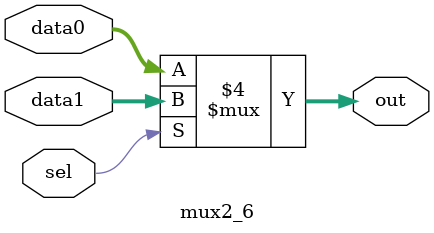
<source format=v>
`timescale 1ns / 1ps

module mux2_6(      //¶þÑ¡Ò»Êý¾ÝÑ¡ÔñÆ÷£¨6Î»µØÖ·Ñ¡Ôñ£©
    input [5:0] data0,
    input [5:0] data1,
    input sel,
    output reg [5:0] out
);
    always @* begin
        if (sel == 1'b0) begin
            out = data0;
        end else begin
            out = data1;
        end
    end
endmodule

</source>
